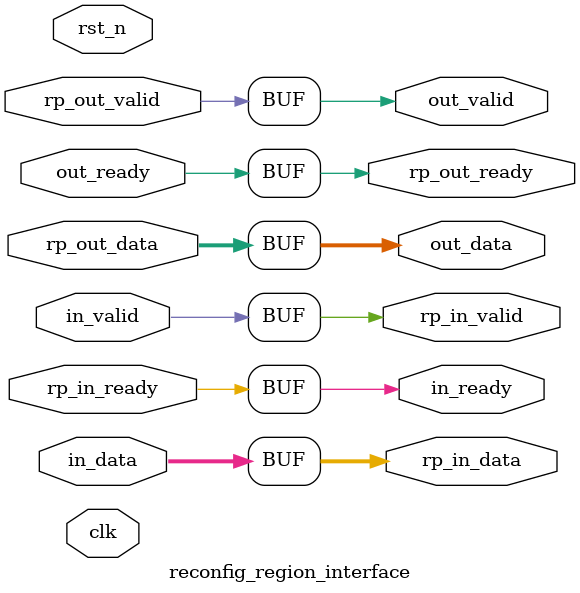
<source format=v>

module reconfig_region_interface #(
    parameter DATA_W = 32
) (
    input  wire              clk,
    input  wire              rst_n,

    // Upstream (static) side
    input  wire [DATA_W-1:0] in_data,
    input  wire              in_valid,
    output wire              in_ready,

    // Downstream (static) side
    output wire [DATA_W-1:0] out_data,
    output wire              out_valid,
    input  wire              out_ready,

    // To Reconfigurable Partition (RP)
    output wire [DATA_W-1:0] rp_in_data,
    output wire              rp_in_valid,
    input  wire              rp_in_ready,

    input  wire [DATA_W-1:0] rp_out_data,
    input  wire              rp_out_valid,
    output wire              rp_out_ready
);

    // Simple pass-through for skeleton
    assign rp_in_data  = in_data;
    assign rp_in_valid = in_valid;
    assign in_ready    = rp_in_ready;

    assign out_data    = rp_out_data;
    assign out_valid   = rp_out_valid;
    assign rp_out_ready= out_ready;

endmodule

</source>
